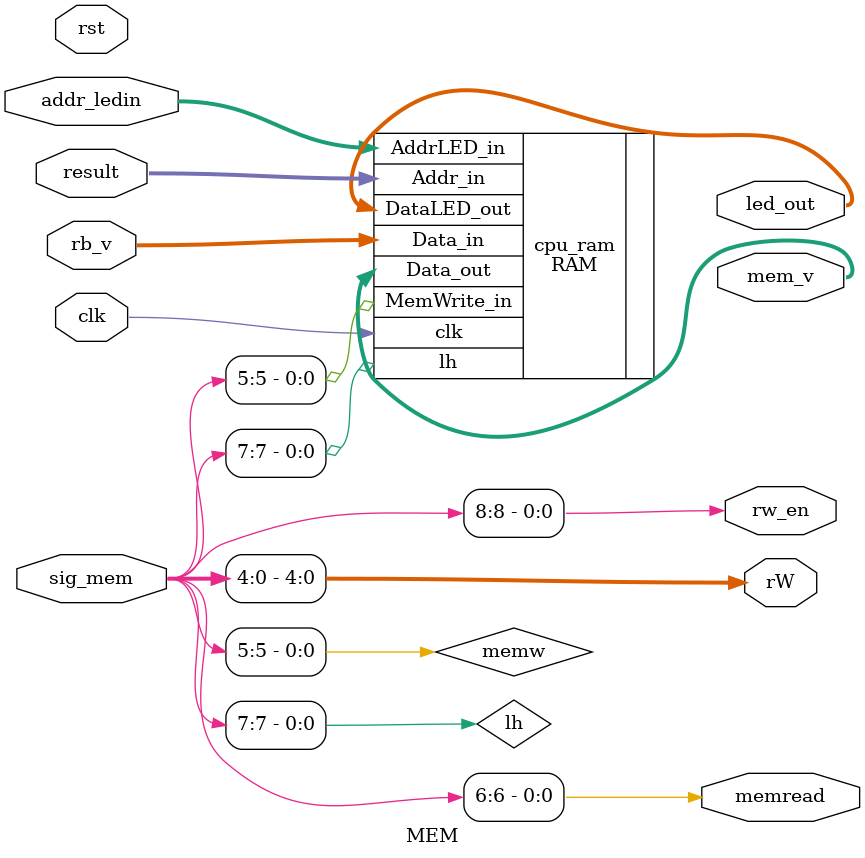
<source format=v>
`timescale 1ns/1ps

module MEM ( result, rb_v, sig_mem, addr_ledin, clk, rst,
             rw_en ,rW ,memread ,mem_v, led_out);

    input [31:0] result, rb_v;
    input [3:0] addr_ledin;
    input [8:0] sig_mem;
    input clk ,rst;
    output [31:0] mem_v, led_out;
    output [4:0] rW;
    output rw_en ,memread;

    wire lh, memw;
    assign { rw_en, lh, memread, memw, rW } = sig_mem;
    RAM cpu_ram ( .AddrLED_in(addr_ledin), .Addr_in(result), .Data_in(rb_v), .MemWrite_in(memw), .clk(clk), .lh(lh),// input
            .Data_out(mem_v), .DataLED_out(led_out));   

endmodule
</source>
